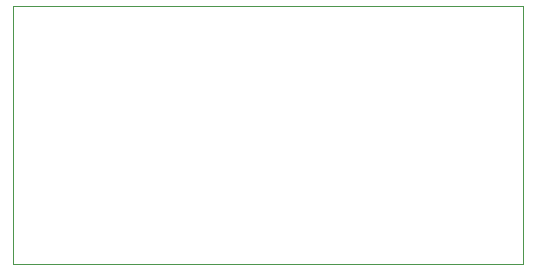
<source format=gbr>
%TF.GenerationSoftware,KiCad,Pcbnew,(5.1.6)-1*%
%TF.CreationDate,2020-10-08T10:16:56-07:00*%
%TF.ProjectId,samplepad,73616d70-6c65-4706-9164-2e6b69636164,rev?*%
%TF.SameCoordinates,Original*%
%TF.FileFunction,Profile,NP*%
%FSLAX46Y46*%
G04 Gerber Fmt 4.6, Leading zero omitted, Abs format (unit mm)*
G04 Created by KiCad (PCBNEW (5.1.6)-1) date 2020-10-08 10:16:56*
%MOMM*%
%LPD*%
G01*
G04 APERTURE LIST*
%TA.AperFunction,Profile*%
%ADD10C,0.050000*%
%TD*%
G04 APERTURE END LIST*
D10*
X127000000Y-128524000D02*
X127000000Y-106680000D01*
X83820000Y-128524000D02*
X127000000Y-128524000D01*
X83820000Y-128016000D02*
X83820000Y-128524000D01*
X83820000Y-106680000D02*
X83820000Y-128016000D01*
X127000000Y-106680000D02*
X83820000Y-106680000D01*
M02*

</source>
